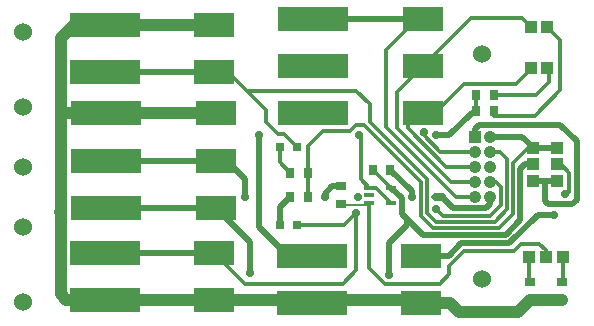
<source format=gtl>
G04 Layer_Physical_Order=1*
G04 Layer_Color=255*
%FSLAX25Y25*%
%MOIN*%
G70*
G01*
G75*
%ADD10R,0.23622X0.07874*%
%ADD11R,0.13780X0.07874*%
%ADD12R,0.03543X0.02756*%
%ADD13R,0.03347X0.01575*%
%ADD14R,0.02756X0.03543*%
%ADD15R,0.03937X0.03937*%
%ADD16R,0.03937X0.03937*%
%ADD17R,0.03150X0.03150*%
%ADD18R,0.03150X0.03543*%
%ADD19C,0.02000*%
%ADD20C,0.01200*%
%ADD21C,0.04000*%
%ADD22C,0.00800*%
%ADD23C,0.02500*%
%ADD24C,0.04134*%
%ADD25R,0.03937X0.03937*%
%ADD26C,0.06000*%
%ADD27C,0.02800*%
D10*
X312252Y372752D02*
D03*
Y388500D02*
D03*
X312252Y404248D02*
D03*
X242752Y326374D02*
D03*
Y310626D02*
D03*
Y402374D02*
D03*
Y386626D02*
D03*
X243252Y341252D02*
D03*
Y357000D02*
D03*
Y372748D02*
D03*
X311752Y309626D02*
D03*
Y325374D02*
D03*
D11*
X348669Y372752D02*
D03*
X348669Y388500D02*
D03*
X348669Y404248D02*
D03*
X279169Y326374D02*
D03*
Y310626D02*
D03*
Y402374D02*
D03*
Y386626D02*
D03*
X279669Y341252D02*
D03*
Y357000D02*
D03*
Y372748D02*
D03*
X348169Y309626D02*
D03*
Y325374D02*
D03*
D12*
X395000Y316453D02*
D03*
Y310547D02*
D03*
X321500Y348453D02*
D03*
Y342547D02*
D03*
X384500Y316453D02*
D03*
Y310547D02*
D03*
D13*
X330760Y348059D02*
D03*
Y345500D02*
D03*
Y342941D02*
D03*
X338240D02*
D03*
Y348059D02*
D03*
D14*
X366547Y379000D02*
D03*
X372453D02*
D03*
X366547Y373500D02*
D03*
X372453D02*
D03*
X310453Y353000D02*
D03*
X304547D02*
D03*
X310453Y345000D02*
D03*
X304547D02*
D03*
D15*
X393500Y355756D02*
D03*
Y350244D02*
D03*
Y361300D02*
D03*
X385500Y355756D02*
D03*
Y350244D02*
D03*
Y361300D02*
D03*
D16*
X390256Y388000D02*
D03*
X384744D02*
D03*
X390256Y401500D02*
D03*
X384744D02*
D03*
X389756Y325000D02*
D03*
X384244D02*
D03*
X395300D02*
D03*
D17*
X301000Y361500D02*
D03*
X306906D02*
D03*
X301000Y335500D02*
D03*
X306906D02*
D03*
D18*
X337756Y354000D02*
D03*
X332244D02*
D03*
D19*
X394500Y369000D02*
X400000Y363500D01*
X367500Y369000D02*
X394500D01*
X366000Y367500D02*
X367500Y369000D01*
X343500Y335500D02*
Y337500D01*
X381200Y354100D02*
X382856Y355756D01*
X385500D01*
X381800Y365000D02*
X385000Y361800D01*
X371000Y365000D02*
X381800D01*
X337500Y329500D02*
X343500Y335500D01*
X337500Y319000D02*
Y329500D01*
X242752Y326374D02*
X279169D01*
X243252Y341252D02*
X279669D01*
X301000Y341453D02*
X304547Y345000D01*
X301000Y335500D02*
Y341453D01*
X243252Y357000D02*
X279669D01*
X242752Y386626D02*
X279169D01*
X318500Y348500D02*
X321500D01*
X316000Y346000D02*
X318500Y348500D01*
X316000Y345000D02*
Y346000D01*
X312252Y404248D02*
X346748D01*
X332244Y353620D02*
Y354000D01*
X385500Y361300D02*
X393500D01*
X366000Y365000D02*
Y367500D01*
X338240Y348059D02*
X341713Y344586D01*
Y339287D02*
Y344586D01*
Y339287D02*
X343500Y337500D01*
X381200Y337200D02*
Y354100D01*
X343500Y337500D02*
X348900Y332100D01*
X389500Y343500D02*
Y350244D01*
X385500D02*
X389500D01*
X393500D01*
X348169Y325374D02*
X357480D01*
X387000Y339000D02*
X392500D01*
X348900Y332100D02*
X360246D01*
X357480Y325374D02*
X361606Y329500D01*
X360246Y332100D02*
X360446Y332300D01*
X376300D01*
X381200Y337200D01*
X361606Y329500D02*
X377500D01*
X387000Y339000D01*
X279669Y357000D02*
X283500D01*
X289500Y351000D01*
Y345000D02*
Y351000D01*
X294000Y335000D02*
Y365500D01*
Y335000D02*
X300813Y328187D01*
X353000Y365500D02*
X357500D01*
X365000Y373000D01*
X366000D01*
X371000Y342500D02*
Y345000D01*
X369731Y341231D02*
X371000Y342500D01*
X355000Y345000D02*
X358769Y341231D01*
X352400Y345000D02*
X353000D01*
X345000D02*
Y346756D01*
X337756Y354000D02*
X345000Y346756D01*
X358769Y341231D02*
X369731D01*
X389500Y343500D02*
X390500Y342500D01*
X398500D01*
X400000Y344000D01*
Y363500D01*
X291000Y319500D02*
Y329921D01*
X279669Y341252D02*
X291000Y329921D01*
D20*
X387600Y329400D02*
X389756Y327244D01*
X383800Y361300D02*
X385500D01*
X385000Y361800D02*
X385500Y361300D01*
X330760Y321240D02*
X336000Y316000D01*
X389756Y325000D02*
Y327244D01*
X310399Y352899D02*
X310476Y352976D01*
X310453Y353000D02*
Y361953D01*
X327500Y365500D02*
X328000Y365000D01*
Y350819D02*
Y365000D01*
Y350819D02*
X330760Y348059D01*
X303626Y325374D02*
X311752D01*
X306906Y335500D02*
X322500D01*
X290187Y380313D02*
X296500Y374000D01*
X283874Y386626D02*
X290187Y380313D01*
X321500Y342547D02*
X321894Y342941D01*
X371000Y350000D02*
X373000D01*
X348669Y372752D02*
X352752D01*
X348669Y388500D02*
X364669Y404500D01*
X381744D02*
X384744Y401500D01*
X364669Y404500D02*
X381744D01*
X336500Y394000D02*
X346748Y404248D01*
X371000Y360000D02*
X374500D01*
X346748Y404248D02*
X348669D01*
X395300Y316753D02*
Y325000D01*
X384244Y316709D02*
Y325000D01*
X301000Y356547D02*
X304547Y353000D01*
X301000Y356547D02*
Y361500D01*
X304047Y345500D02*
X304547Y346000D01*
X310399Y351470D02*
Y352899D01*
X390256Y401500D02*
X394500Y397256D01*
X386000Y372000D02*
X394500Y380500D01*
Y397256D01*
X372453Y372000D02*
X386000D01*
X386500Y379000D02*
X390756Y383256D01*
Y388000D01*
X372453Y379000D02*
X386500D01*
X296500Y370000D02*
X300500Y366000D01*
X302406D02*
X306906Y361500D01*
X300500Y366000D02*
X302406D01*
X296500Y370000D02*
Y374000D01*
X279169Y386626D02*
X283874D01*
X310399Y351470D02*
X310453Y351416D01*
Y346000D02*
Y351416D01*
X372453Y372000D02*
X372453Y372000D01*
X372453Y379000D02*
X372453Y379000D01*
X379744Y382500D02*
X385244Y388000D01*
X310453Y361953D02*
X315500Y367000D01*
X324453D01*
X326453Y369000D01*
X340169Y380000D02*
X348669Y388500D01*
X340169Y368730D02*
X340200Y368760D01*
X330760Y348059D02*
X333122D01*
X373000Y350000D02*
X374800Y348200D01*
X336000Y316000D02*
X354328D01*
X326453Y369000D02*
X329000D01*
X340200Y368760D02*
Y372240D01*
X340169Y372270D02*
X340200Y372240D01*
X340169Y372270D02*
Y380000D01*
X333122Y348059D02*
X338240Y342941D01*
X330760Y342400D02*
Y342941D01*
X322500Y335500D02*
X326500Y339500D01*
Y320500D02*
Y339500D01*
X330760Y321240D02*
Y342400D01*
X321894Y342941D02*
X322435Y342400D01*
X331000Y370000D02*
Y375813D01*
X326500Y380313D02*
X331000Y375813D01*
X290187Y380313D02*
X326500D01*
X336500Y368172D02*
Y394000D01*
X359672Y345000D02*
X366000D01*
X336500Y368172D02*
X359672Y345000D01*
X340169Y367831D02*
Y368730D01*
Y367831D02*
X358000Y350000D01*
X366000D01*
X332244Y354000D02*
X338185Y348059D01*
X338240D01*
X354328Y316000D02*
X357500Y319172D01*
X393500Y360800D02*
X394000D01*
X352752Y372752D02*
X362500Y382500D01*
X379744D01*
X329000Y369000D02*
X348000Y350000D01*
X331000Y370000D02*
X350000Y351000D01*
X348000Y338500D02*
Y350000D01*
X350000Y339672D02*
Y351000D01*
X374800Y342300D02*
Y348200D01*
X348000Y338500D02*
X352000Y334500D01*
X350000Y339672D02*
X353172Y336500D01*
X343709Y367791D02*
X356500Y355000D01*
X366000D01*
X343709Y367791D02*
Y369709D01*
X346752Y372752D01*
X348669D01*
X354500Y360000D02*
X366000D01*
X349000Y365500D02*
X354500Y360000D01*
X348500Y366000D02*
X349000Y366500D01*
Y365500D02*
Y366500D01*
X366000Y373000D02*
X366547D01*
X393500Y355756D02*
X394744D01*
X381400Y329400D02*
X387600D01*
X357500Y319172D02*
Y322000D01*
X352000Y334500D02*
X359252D01*
X353172Y336500D02*
X358424D01*
X359252Y334500D02*
X359452Y334700D01*
X358424Y336500D02*
X358624Y336700D01*
X371200Y338700D02*
X374800Y342300D01*
X358624Y336700D02*
X372700D01*
X376800Y340800D01*
X359452Y334700D02*
X374200D01*
X378800Y339300D01*
X357500Y322000D02*
X362500Y327000D01*
X379000D01*
X381400Y329400D01*
X300813Y328187D02*
X303626Y325374D01*
X366547Y373000D02*
Y379000D01*
X353000Y341000D02*
X355300Y338700D01*
X371200D01*
X396500Y345500D02*
X397500Y346500D01*
Y353000D01*
X394744Y355756D02*
X397500Y353000D01*
X374500Y360000D02*
X376800Y357700D01*
Y340800D02*
Y357700D01*
X378800Y339300D02*
Y356300D01*
X383800Y361300D01*
X322000Y316000D02*
X326500Y320500D01*
X279169Y326374D02*
X289543Y316000D01*
X322000D01*
D21*
X347169Y310626D02*
X348169Y309626D01*
X242752Y402374D02*
X279169D01*
X229874Y310626D02*
X242752D01*
X279169D01*
X243252Y372748D02*
X279669D01*
X279169Y310626D02*
X347169D01*
X384500Y310547D02*
X395000D01*
X348169Y309626D02*
X357674D01*
X228000Y312500D02*
X229874Y310626D01*
X228000Y312500D02*
Y349752D01*
X228050Y349802D01*
Y360198D01*
X228000Y360248D02*
X228050Y360198D01*
X232374Y402374D02*
X242752D01*
X228000Y398000D02*
X232374Y402374D01*
X228000Y372748D02*
Y398000D01*
Y360248D02*
Y372748D01*
X243252D01*
X357674Y309626D02*
X360800Y306500D01*
X380453D01*
X384500Y310547D01*
D22*
X322435Y342400D02*
X330760D01*
D23*
X353000Y345000D02*
X355000D01*
D24*
X371000D02*
D03*
X366000D02*
D03*
X371000Y350000D02*
D03*
X366000D02*
D03*
X371000Y355000D02*
D03*
X366000D02*
D03*
X371000Y360000D02*
D03*
X366000D02*
D03*
X371000Y365000D02*
D03*
D25*
X366000D02*
D03*
D26*
X215500Y310000D02*
D03*
Y375000D02*
D03*
Y335000D02*
D03*
Y400000D02*
D03*
X368500Y317500D02*
D03*
Y392500D02*
D03*
X215500Y355000D02*
D03*
D27*
X227050Y340000D02*
D03*
X337500Y319000D02*
D03*
X327500Y365500D02*
D03*
X294000D02*
D03*
X327000Y345000D02*
D03*
X316000D02*
D03*
X326500Y339500D02*
D03*
X345000Y345000D02*
D03*
X353000Y341000D02*
D03*
Y345000D02*
D03*
X349000Y366500D02*
D03*
X353000Y365500D02*
D03*
X392500Y339000D02*
D03*
X289500Y345000D02*
D03*
X396000Y346000D02*
D03*
X291000Y319500D02*
D03*
M02*

</source>
